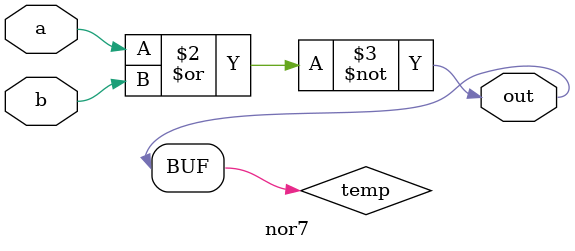
<source format=v>
module nor7 (
  input a,
  input b,
  output out
);

    reg temp;
    always @(*) begin
        temp = ~(a | b); // NOR using built-in operator
    end

    assign out = temp;
    
endmodule
</source>
